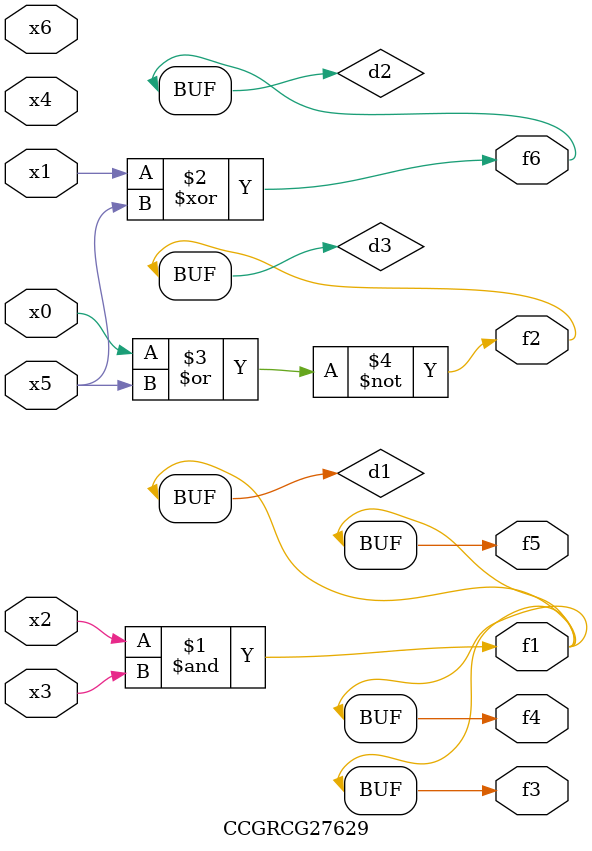
<source format=v>
module CCGRCG27629(
	input x0, x1, x2, x3, x4, x5, x6,
	output f1, f2, f3, f4, f5, f6
);

	wire d1, d2, d3;

	and (d1, x2, x3);
	xor (d2, x1, x5);
	nor (d3, x0, x5);
	assign f1 = d1;
	assign f2 = d3;
	assign f3 = d1;
	assign f4 = d1;
	assign f5 = d1;
	assign f6 = d2;
endmodule

</source>
